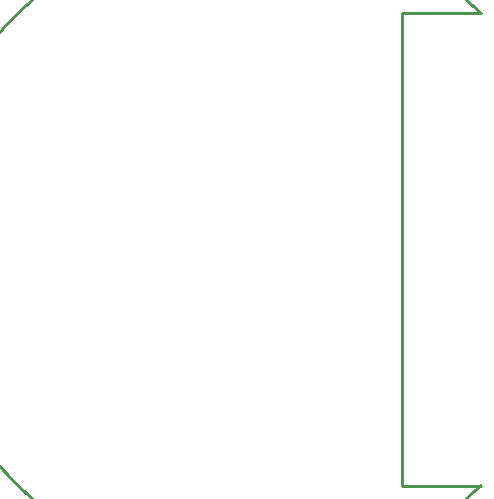
<source format=gko>
G04*
G04 #@! TF.GenerationSoftware,Altium Limited,Altium Designer,25.1.2 (22)*
G04*
G04 Layer_Color=16711935*
%FSLAX44Y44*%
%MOMM*%
G71*
G04*
G04 #@! TF.SameCoordinates,BCEF5572-1F7E-4207-9204-8C5AED3481CC*
G04*
G04*
G04 #@! TF.FilePolarity,Positive*
G04*
G01*
G75*
%ADD12C,0.2500*%
D12*
X475958Y480001D02*
G03*
X475958Y79999I-195958J-200001D01*
G01*
Y480001D02*
X476000Y480000D01*
X409130D02*
X476000D01*
X409130Y80000D02*
Y480000D01*
Y80000D02*
X475958Y79999D01*
M02*

</source>
